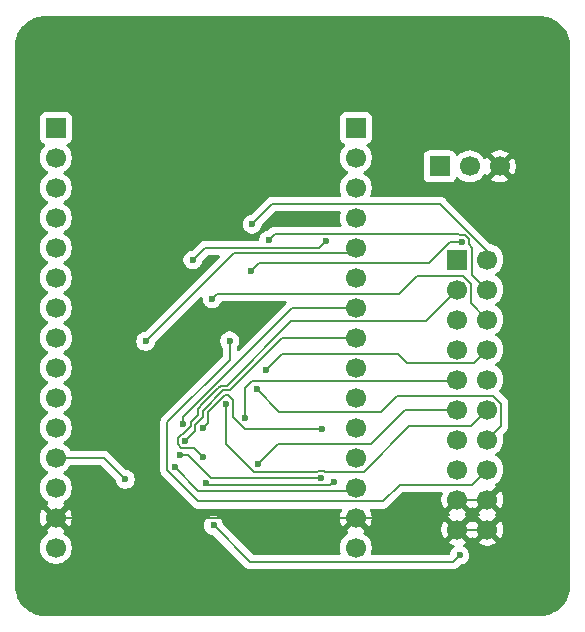
<source format=gbr>
%TF.GenerationSoftware,KiCad,Pcbnew,9.0.3-9.0.3-0~ubuntu24.04.1*%
%TF.CreationDate,2025-07-14T18:48:30-05:00*%
%TF.ProjectId,ESP32_LogicAnalyzer,45535033-325f-44c6-9f67-6963416e616c,rev?*%
%TF.SameCoordinates,Original*%
%TF.FileFunction,Copper,L2,Bot*%
%TF.FilePolarity,Positive*%
%FSLAX46Y46*%
G04 Gerber Fmt 4.6, Leading zero omitted, Abs format (unit mm)*
G04 Created by KiCad (PCBNEW 9.0.3-9.0.3-0~ubuntu24.04.1) date 2025-07-14 18:48:30*
%MOMM*%
%LPD*%
G01*
G04 APERTURE LIST*
%TA.AperFunction,ComponentPad*%
%ADD10R,1.700000X1.700000*%
%TD*%
%TA.AperFunction,ComponentPad*%
%ADD11C,1.700000*%
%TD*%
%TA.AperFunction,ViaPad*%
%ADD12C,0.600000*%
%TD*%
%TA.AperFunction,Conductor*%
%ADD13C,0.200000*%
%TD*%
G04 APERTURE END LIST*
D10*
%TO.P,J5,1,Pin_1*%
%TO.N,/ESP32_TX2*%
X164483000Y-82724900D03*
D11*
%TO.P,J5,2,Pin_2*%
%TO.N,/ESP32_RX2*%
X167023000Y-82724900D03*
%TO.P,J5,3,Pin_3*%
%TO.N,GND*%
X169563000Y-82724900D03*
%TD*%
%TO.P,J1,15,Pin_15*%
%TO.N,unconnected-(J1-Pin_15-Pad15)*%
X131979000Y-115017600D03*
%TO.P,J1,14,Pin_14*%
%TO.N,GND*%
X131979000Y-112477600D03*
%TO.P,J1,13,Pin_13*%
%TO.N,Net-(J1-Pin_13)*%
X131979000Y-109937600D03*
%TO.P,J1,12,Pin_12*%
%TO.N,Net-(J1-Pin_12)*%
X131979000Y-107397600D03*
%TO.P,J1,11,Pin_11*%
%TO.N,Net-(J1-Pin_11)*%
X131979000Y-104857600D03*
%TO.P,J1,10,Pin_10*%
%TO.N,Net-(J1-Pin_10)*%
X131979000Y-102317600D03*
%TO.P,J1,9,Pin_9*%
%TO.N,Net-(J1-Pin_9)*%
X131979000Y-99777600D03*
%TO.P,J1,8,Pin_8*%
%TO.N,Net-(J1-Pin_8)*%
X131979000Y-97237600D03*
%TO.P,J1,7,Pin_7*%
%TO.N,Net-(J1-Pin_7)*%
X131979000Y-94697600D03*
%TO.P,J1,6,Pin_6*%
%TO.N,Net-(J1-Pin_6)*%
X131979000Y-92157600D03*
%TO.P,J1,5,Pin_5*%
%TO.N,Net-(J1-Pin_5)*%
X131979000Y-89617600D03*
%TO.P,J1,4,Pin_4*%
%TO.N,Net-(J1-Pin_4)*%
X131979000Y-87077600D03*
%TO.P,J1,3,Pin_3*%
%TO.N,unconnected-(J1-Pin_3-Pad3)*%
X131979000Y-84537600D03*
%TO.P,J1,2,Pin_2*%
%TO.N,unconnected-(J1-Pin_2-Pad2)*%
X131979000Y-81997600D03*
D10*
%TO.P,J1,1,Pin_1*%
%TO.N,unconnected-(J1-Pin_1-Pad1)*%
X131979000Y-79457600D03*
%TD*%
%TO.P,J6,1,Pin_1*%
%TO.N,/CH0*%
X165973000Y-90616000D03*
D11*
%TO.P,J6,2,Pin_2*%
%TO.N,/CH15*%
X168513000Y-90616000D03*
%TO.P,J6,3,Pin_3*%
%TO.N,/CH1*%
X165973000Y-93156000D03*
%TO.P,J6,4,Pin_4*%
%TO.N,/CH14*%
X168513000Y-93156000D03*
%TO.P,J6,5,Pin_5*%
%TO.N,/CH2*%
X165973000Y-95696000D03*
%TO.P,J6,6,Pin_6*%
%TO.N,/CH13*%
X168513000Y-95696000D03*
%TO.P,J6,7,Pin_7*%
%TO.N,/CH3*%
X165973000Y-98236000D03*
%TO.P,J6,8,Pin_8*%
%TO.N,/CH12*%
X168513000Y-98236000D03*
%TO.P,J6,9,Pin_9*%
%TO.N,/CH4*%
X165973000Y-100776000D03*
%TO.P,J6,10,Pin_10*%
%TO.N,/CH11*%
X168513000Y-100776000D03*
%TO.P,J6,11,Pin_11*%
%TO.N,/CH5*%
X165973000Y-103316000D03*
%TO.P,J6,12,Pin_12*%
%TO.N,/CH10*%
X168513000Y-103316000D03*
%TO.P,J6,13,Pin_13*%
%TO.N,/CH6*%
X165973000Y-105856000D03*
%TO.P,J6,14,Pin_14*%
%TO.N,/CH9*%
X168513000Y-105856000D03*
%TO.P,J6,15,Pin_15*%
%TO.N,/CH7*%
X165973000Y-108396000D03*
%TO.P,J6,16,Pin_16*%
%TO.N,/CH8*%
X168513000Y-108396000D03*
%TO.P,J6,17,Pin_17*%
%TO.N,GND*%
X165973000Y-110936000D03*
%TO.P,J6,18,Pin_18*%
X168513000Y-110936000D03*
%TO.P,J6,19,Pin_19*%
X165973000Y-113476000D03*
%TO.P,J6,20,Pin_20*%
X168513000Y-113476000D03*
%TD*%
%TO.P,J2,15,Pin_15*%
%TO.N,+3.3V*%
X157379000Y-115017600D03*
%TO.P,J2,14,Pin_14*%
%TO.N,GND*%
X157379000Y-112477600D03*
%TO.P,J2,13,Pin_13*%
%TO.N,Net-(J2-Pin_13)*%
X157379000Y-109937600D03*
%TO.P,J2,12,Pin_12*%
%TO.N,unconnected-(J2-Pin_12-Pad12)*%
X157379000Y-107397600D03*
%TO.P,J2,11,Pin_11*%
%TO.N,Net-(J2-Pin_11)*%
X157379000Y-104857600D03*
%TO.P,J2,10,Pin_10*%
%TO.N,/ESP32_RX2*%
X157379000Y-102317600D03*
%TO.P,J2,9,Pin_9*%
%TO.N,/ESP32_TX2*%
X157379000Y-99777600D03*
%TO.P,J2,8,Pin_8*%
%TO.N,Net-(J2-Pin_8)*%
X157379000Y-97237600D03*
%TO.P,J2,7,Pin_7*%
%TO.N,Net-(J2-Pin_7)*%
X157379000Y-94697600D03*
%TO.P,J2,6,Pin_6*%
%TO.N,Net-(J2-Pin_6)*%
X157379000Y-92157600D03*
%TO.P,J2,5,Pin_5*%
%TO.N,Net-(J2-Pin_5)*%
X157379000Y-89617600D03*
%TO.P,J2,4,Pin_4*%
%TO.N,unconnected-(J2-Pin_4-Pad4)*%
X157379000Y-87077600D03*
%TO.P,J2,3,Pin_3*%
%TO.N,unconnected-(J2-Pin_3-Pad3)*%
X157379000Y-84537600D03*
%TO.P,J2,2,Pin_2*%
%TO.N,Net-(J2-Pin_1)*%
X157379000Y-81997600D03*
D10*
%TO.P,J2,1,Pin_1*%
X157379000Y-79457600D03*
%TD*%
D12*
%TO.N,/CH11*%
X166349000Y-89154800D03*
%TO.N,/CH14*%
X149991700Y-88967300D03*
%TO.N,Net-(J2-Pin_11)*%
X154428728Y-109096900D03*
%TO.N,/CH8*%
X146698200Y-97500000D03*
%TO.N,/CH9*%
X149000000Y-101608100D03*
%TO.N,/CH13*%
X145201200Y-93951200D03*
%TO.N,/CH11*%
X148467700Y-91613300D03*
%TO.N,/CH15*%
X148589500Y-87607800D03*
%TO.N,/CH10*%
X146382300Y-102855700D03*
%TO.N,/CH12*%
X149740800Y-99945300D03*
%TO.N,/CH3*%
X145330300Y-113128500D03*
X166156350Y-115656350D03*
%TO.N,/CH4*%
X147984100Y-104041100D03*
%TO.N,/CH2*%
X155507400Y-109442100D03*
X144653800Y-109512800D03*
%TO.N,/CH5*%
X149067400Y-107959800D03*
%TO.N,/CH1*%
X144403300Y-107289000D03*
%TO.N,/CH0*%
X144418600Y-104914800D03*
X154500000Y-104933600D03*
%TO.N,Net-(J2-Pin_8)*%
X142942600Y-105951300D03*
%TO.N,Net-(J2-Pin_11)*%
X142474200Y-107164700D03*
%TO.N,Net-(J2-Pin_5)*%
X139585100Y-97536500D03*
%TO.N,Net-(J2-Pin_6)*%
X143583300Y-90648300D03*
X154864400Y-89033200D03*
%TO.N,Net-(J2-Pin_13)*%
X142027600Y-108199000D03*
%TO.N,Net-(J2-Pin_7)*%
X142712600Y-104494600D03*
%TO.N,Net-(J1-Pin_12)*%
X137852600Y-109223400D03*
%TO.N,GND*%
X140687900Y-112477600D03*
%TD*%
D13*
%TO.N,/CH8*%
X146698200Y-97500000D02*
X146698200Y-99084900D01*
X146698200Y-99084900D02*
X141419800Y-104363300D01*
X141419800Y-104363300D02*
X141419800Y-108465700D01*
X141419800Y-108465700D02*
X144045600Y-111091500D01*
X144045600Y-111091500D02*
X159681500Y-111091500D01*
X159681500Y-111091500D02*
X161107000Y-109666000D01*
X161107000Y-109666000D02*
X167243000Y-109666000D01*
X167243000Y-109666000D02*
X168513000Y-108396000D01*
%TO.N,/CH9*%
X169699500Y-104669500D02*
X168513000Y-105856000D01*
X149000000Y-101608100D02*
X150870700Y-103478800D01*
X169699500Y-102807600D02*
X169699500Y-104669500D01*
X150870700Y-103478800D02*
X159532200Y-103478800D01*
X159532200Y-103478800D02*
X160872800Y-102138200D01*
X160872800Y-102138200D02*
X169030100Y-102138200D01*
X169030100Y-102138200D02*
X169699500Y-102807600D01*
%TO.N,/CH4*%
X165973000Y-100776000D02*
X165814300Y-100934700D01*
X165814300Y-100934700D02*
X148565300Y-100934700D01*
X148565300Y-100934700D02*
X147984100Y-101515900D01*
X147984100Y-101515900D02*
X147984100Y-104041100D01*
%TO.N,/CH3*%
X166156350Y-115656350D02*
X165594200Y-116218500D01*
X165594200Y-116218500D02*
X148420300Y-116218500D01*
X148420300Y-116218500D02*
X145330300Y-113128500D01*
%TO.N,/CH0*%
X146298900Y-102088000D02*
X144844800Y-103542100D01*
X144844800Y-103542100D02*
X144844800Y-104488600D01*
X146574000Y-102088000D02*
X146298900Y-102088000D01*
X147004400Y-102518400D02*
X146574000Y-102088000D01*
X144844800Y-104488600D02*
X144418600Y-104914800D01*
X148025600Y-104933600D02*
X147004400Y-103912400D01*
X154500000Y-104933600D02*
X148025600Y-104933600D01*
X147004400Y-103912400D02*
X147004400Y-102518400D01*
%TO.N,/CH13*%
X145625000Y-93527400D02*
X145201200Y-93951200D01*
X161009200Y-93527400D02*
X145625000Y-93527400D01*
X162532300Y-92004300D02*
X161009200Y-93527400D01*
X166450100Y-92004300D02*
X162532300Y-92004300D01*
X167124700Y-92678900D02*
X166450100Y-92004300D01*
X167124700Y-94307700D02*
X167124700Y-92678900D01*
X168513000Y-95696000D02*
X167124700Y-94307700D01*
%TO.N,/CH12*%
X151087900Y-98598200D02*
X149740800Y-99945300D01*
X160951300Y-98598200D02*
X151087900Y-98598200D01*
X161740800Y-99387700D02*
X160951300Y-98598200D01*
X167361300Y-99387700D02*
X161740800Y-99387700D01*
X168513000Y-98236000D02*
X167361300Y-99387700D01*
%TO.N,/CH2*%
X144878500Y-109737500D02*
X144653800Y-109512800D01*
X155212000Y-109737500D02*
X144878500Y-109737500D01*
X155507400Y-109442100D02*
X155212000Y-109737500D01*
%TO.N,/CH5*%
X161548300Y-103316000D02*
X165973000Y-103316000D01*
X158636800Y-106227500D02*
X161548300Y-103316000D01*
X150799700Y-106227500D02*
X158636800Y-106227500D01*
X149067400Y-107959800D02*
X150799700Y-106227500D01*
%TO.N,Net-(J2-Pin_8)*%
X143796300Y-105097600D02*
X142942600Y-105951300D01*
X143796300Y-104590600D02*
X143796300Y-105097600D01*
X144401800Y-103985100D02*
X143796300Y-104590600D01*
X144401800Y-103417100D02*
X144401800Y-103985100D01*
X146132600Y-101686300D02*
X144401800Y-103417100D01*
X146700600Y-101686300D02*
X146132600Y-101686300D01*
X151149300Y-97237600D02*
X146700600Y-101686300D01*
X157379000Y-97237600D02*
X151149300Y-97237600D01*
%TO.N,Net-(J2-Pin_5)*%
X156977300Y-90019300D02*
X157379000Y-89617600D01*
X147102300Y-90019300D02*
X156977300Y-90019300D01*
X139585100Y-97536500D02*
X147102300Y-90019300D01*
%TO.N,Net-(J2-Pin_6)*%
X144614100Y-89617500D02*
X143583300Y-90648300D01*
X154280100Y-89617500D02*
X144614100Y-89617500D01*
X154864400Y-89033200D02*
X154280100Y-89617500D01*
X143583300Y-90648300D02*
X143582600Y-90648300D01*
X143582600Y-90648300D02*
X143583300Y-90648300D01*
%TO.N,Net-(J2-Pin_13)*%
X157127900Y-110188700D02*
X157379000Y-109937600D01*
X144017300Y-110188700D02*
X157127900Y-110188700D01*
X142027600Y-108199000D02*
X144017300Y-110188700D01*
%TO.N,Net-(J2-Pin_7)*%
X142712600Y-103970300D02*
X142712600Y-104494600D01*
X151985300Y-94697600D02*
X142712600Y-103970300D01*
X157379000Y-94697600D02*
X151985300Y-94697600D01*
%TO.N,Net-(J1-Pin_12)*%
X136026800Y-107397600D02*
X131979000Y-107397600D01*
X137852600Y-109223400D02*
X136026800Y-107397600D01*
%TO.N,GND*%
X164974600Y-112477600D02*
X165973000Y-113476000D01*
X157379000Y-112477600D02*
X164974600Y-112477600D01*
X168513000Y-113476000D02*
X165973000Y-113476000D01*
X165973000Y-110936000D02*
X168513000Y-110936000D01*
X131979000Y-112477600D02*
X140687900Y-112477600D01*
X140687900Y-112477600D02*
X157379000Y-112477600D01*
%TO.N,/CH1*%
X142679400Y-105349500D02*
X142283600Y-105745300D01*
X142761100Y-105349500D02*
X142679400Y-105349500D01*
X146463300Y-101284600D02*
X145966300Y-101284600D01*
X144470900Y-102780000D02*
X144000100Y-103250800D01*
X142606800Y-106563000D02*
X143677300Y-106563000D01*
X143394600Y-104716000D02*
X142761100Y-105349500D01*
X142283600Y-105745300D02*
X142283600Y-106239800D01*
X144000100Y-103250800D02*
X144000100Y-103747800D01*
X145966300Y-101284600D02*
X145730900Y-101520000D01*
X151898600Y-95849300D02*
X146463300Y-101284600D01*
X143394600Y-104353300D02*
X143394600Y-104716000D01*
X163279700Y-95849300D02*
X151898600Y-95849300D01*
X144000100Y-103747800D02*
X143394600Y-104353300D01*
X145730900Y-101520000D02*
X144470900Y-102780000D01*
X165973000Y-93156000D02*
X163279700Y-95849300D01*
X143677300Y-106563000D02*
X144403300Y-107289000D01*
X142283600Y-106239800D02*
X142606800Y-106563000D01*
%TO.N,Net-(J2-Pin_11)*%
X145090500Y-109098600D02*
X143156600Y-107164700D01*
X154427028Y-109098600D02*
X145090500Y-109098600D01*
X143156600Y-107164700D02*
X142474200Y-107164700D01*
X154428728Y-109096900D02*
X154427028Y-109098600D01*
%TO.N,/CH10*%
X148743500Y-108561500D02*
X146382300Y-106200300D01*
X154114185Y-108561500D02*
X148743500Y-108561500D01*
X154685000Y-108500000D02*
X154681771Y-108500000D01*
X146382300Y-106200300D02*
X146382300Y-102855700D01*
X154677671Y-108495900D02*
X154179785Y-108495900D01*
X154746500Y-108561500D02*
X154685000Y-108500000D01*
X158057700Y-108561500D02*
X154746500Y-108561500D01*
X161914900Y-104704300D02*
X158057700Y-108561500D01*
X154179785Y-108495900D02*
X154114185Y-108561500D01*
X167124700Y-104704300D02*
X161914900Y-104704300D01*
X154681771Y-108500000D02*
X154677671Y-108495900D01*
X168513000Y-103316000D02*
X167124700Y-104704300D01*
%TO.N,/CH11*%
X163574700Y-90887600D02*
X165307500Y-89154800D01*
X148466100Y-91613300D02*
X148467700Y-91613300D01*
X165307500Y-89154800D02*
X166349000Y-89154800D01*
X149191800Y-90887600D02*
X163574700Y-90887600D01*
X148466100Y-91613300D02*
X149191800Y-90887600D01*
%TO.N,/CH14*%
X168513000Y-93156000D02*
X167243000Y-91886000D01*
X167243000Y-91886000D02*
X167243000Y-89628800D01*
X166950700Y-88905600D02*
X166598200Y-88553100D01*
X166598200Y-88553100D02*
X166167300Y-88553100D01*
X167243000Y-89628800D02*
X166950700Y-89336500D01*
X166045700Y-88431500D02*
X150527500Y-88431500D01*
X166950700Y-89336500D02*
X166950700Y-88905600D01*
X166167300Y-88553100D02*
X166045700Y-88431500D01*
X150527500Y-88431500D02*
X149991700Y-88967300D01*
%TO.N,/CH15*%
X168513000Y-90616000D02*
X168513000Y-89899900D01*
X168513000Y-89899900D02*
X164518900Y-85905800D01*
X164518900Y-85905800D02*
X150291500Y-85905800D01*
X150291500Y-85905800D02*
X148589500Y-87607800D01*
%TD*%
%TA.AperFunction,Conductor*%
%TO.N,GND*%
G36*
X164667427Y-110286185D02*
G01*
X164713182Y-110338989D01*
X164723126Y-110408147D01*
X164718319Y-110428818D01*
X164656242Y-110619869D01*
X164656242Y-110619872D01*
X164623000Y-110829753D01*
X164623000Y-111042246D01*
X164656242Y-111252127D01*
X164656242Y-111252130D01*
X164721904Y-111454217D01*
X164818375Y-111643550D01*
X164857728Y-111697716D01*
X165490036Y-111065407D01*
X165507075Y-111128993D01*
X165572901Y-111243007D01*
X165665993Y-111336099D01*
X165780007Y-111401925D01*
X165843590Y-111418962D01*
X165211282Y-112051269D01*
X165211282Y-112051270D01*
X165265452Y-112090626D01*
X165275048Y-112095516D01*
X165325844Y-112143491D01*
X165342638Y-112211312D01*
X165320100Y-112277447D01*
X165275051Y-112316483D01*
X165265440Y-112321380D01*
X165211282Y-112360727D01*
X165211282Y-112360728D01*
X165843591Y-112993037D01*
X165780007Y-113010075D01*
X165665993Y-113075901D01*
X165572901Y-113168993D01*
X165507075Y-113283007D01*
X165490037Y-113346591D01*
X164857728Y-112714282D01*
X164857727Y-112714282D01*
X164818380Y-112768439D01*
X164721904Y-112957782D01*
X164656242Y-113159869D01*
X164656242Y-113159872D01*
X164623000Y-113369753D01*
X164623000Y-113582246D01*
X164656242Y-113792127D01*
X164656242Y-113792130D01*
X164721904Y-113994217D01*
X164818375Y-114183550D01*
X164857728Y-114237716D01*
X165490037Y-113605408D01*
X165507075Y-113668993D01*
X165572901Y-113783007D01*
X165665993Y-113876099D01*
X165780007Y-113941925D01*
X165843590Y-113958962D01*
X165211282Y-114591269D01*
X165211282Y-114591270D01*
X165265449Y-114630624D01*
X165454782Y-114727095D01*
X165649941Y-114790506D01*
X165707616Y-114829943D01*
X165734815Y-114894302D01*
X165722900Y-114963148D01*
X165680515Y-115011538D01*
X165646063Y-115034558D01*
X165646057Y-115034563D01*
X165534563Y-115146057D01*
X165534560Y-115146061D01*
X165446959Y-115277164D01*
X165446952Y-115277177D01*
X165386614Y-115422848D01*
X165386611Y-115422858D01*
X165367648Y-115518192D01*
X165335263Y-115580103D01*
X165274547Y-115614677D01*
X165246031Y-115618000D01*
X158774589Y-115618000D01*
X158707550Y-115598315D01*
X158661795Y-115545511D01*
X158651851Y-115476353D01*
X158656658Y-115455682D01*
X158667326Y-115422848D01*
X158696246Y-115333843D01*
X158729500Y-115123887D01*
X158729500Y-114911313D01*
X158696246Y-114701357D01*
X158630557Y-114499188D01*
X158534051Y-114309784D01*
X158534049Y-114309781D01*
X158534048Y-114309779D01*
X158409109Y-114137813D01*
X158258786Y-113987490D01*
X158086817Y-113862549D01*
X158077504Y-113857804D01*
X158026707Y-113809830D01*
X158009912Y-113742009D01*
X158032449Y-113675874D01*
X158077507Y-113636832D01*
X158086555Y-113632222D01*
X158140716Y-113592870D01*
X158140717Y-113592870D01*
X157508408Y-112960562D01*
X157571993Y-112943525D01*
X157686007Y-112877699D01*
X157779099Y-112784607D01*
X157844925Y-112670593D01*
X157861962Y-112607009D01*
X158494270Y-113239317D01*
X158494270Y-113239316D01*
X158533622Y-113185154D01*
X158630095Y-112995817D01*
X158695757Y-112793730D01*
X158695757Y-112793727D01*
X158729000Y-112583846D01*
X158729000Y-112371353D01*
X158695757Y-112161472D01*
X158695757Y-112161469D01*
X158658629Y-112047201D01*
X158581839Y-111863916D01*
X158578455Y-111833604D01*
X158572826Y-111803626D01*
X158574617Y-111799212D01*
X158574089Y-111794478D01*
X158587629Y-111767150D01*
X158599102Y-111738885D01*
X158602996Y-111736139D01*
X158605111Y-111731872D01*
X158631276Y-111716203D01*
X158656209Y-111698628D01*
X158662318Y-111697615D01*
X158665055Y-111695977D01*
X158671059Y-111696167D01*
X158696207Y-111692000D01*
X159594831Y-111692000D01*
X159594847Y-111692001D01*
X159602443Y-111692001D01*
X159760554Y-111692001D01*
X159760557Y-111692001D01*
X159913285Y-111651077D01*
X159963404Y-111622139D01*
X160050216Y-111572020D01*
X160162020Y-111460216D01*
X160162020Y-111460214D01*
X160172228Y-111450007D01*
X160172229Y-111450004D01*
X161319416Y-110302819D01*
X161380739Y-110269334D01*
X161407097Y-110266500D01*
X164600388Y-110266500D01*
X164667427Y-110286185D01*
G37*
%TD.AperFunction*%
%TA.AperFunction,Conductor*%
G36*
X168047075Y-111128993D02*
G01*
X168112901Y-111243007D01*
X168205993Y-111336099D01*
X168320007Y-111401925D01*
X168383590Y-111418962D01*
X167751282Y-112051269D01*
X167751282Y-112051270D01*
X167805452Y-112090626D01*
X167815048Y-112095516D01*
X167865844Y-112143491D01*
X167882638Y-112211312D01*
X167860100Y-112277447D01*
X167815051Y-112316483D01*
X167805440Y-112321380D01*
X167751282Y-112360727D01*
X167751282Y-112360728D01*
X168383591Y-112993037D01*
X168320007Y-113010075D01*
X168205993Y-113075901D01*
X168112901Y-113168993D01*
X168047075Y-113283007D01*
X168030037Y-113346591D01*
X167397728Y-112714282D01*
X167397727Y-112714282D01*
X167358380Y-112768440D01*
X167353483Y-112778051D01*
X167305506Y-112828845D01*
X167237684Y-112845638D01*
X167171550Y-112823098D01*
X167132516Y-112778048D01*
X167127626Y-112768452D01*
X167088270Y-112714282D01*
X167088269Y-112714282D01*
X166455962Y-113346590D01*
X166438925Y-113283007D01*
X166373099Y-113168993D01*
X166280007Y-113075901D01*
X166165993Y-113010075D01*
X166102409Y-112993037D01*
X166734716Y-112360728D01*
X166680550Y-112321375D01*
X166670954Y-112316486D01*
X166620157Y-112268512D01*
X166603361Y-112200692D01*
X166624288Y-112136895D01*
X166703027Y-112019581D01*
X166102408Y-111418962D01*
X166165993Y-111401925D01*
X166280007Y-111336099D01*
X166373099Y-111243007D01*
X166438925Y-111128993D01*
X166455962Y-111065409D01*
X167088270Y-111697717D01*
X167088270Y-111697716D01*
X167127622Y-111643554D01*
X167132514Y-111633954D01*
X167180488Y-111583157D01*
X167248308Y-111566361D01*
X167314444Y-111588897D01*
X167353486Y-111633954D01*
X167358375Y-111643550D01*
X167397728Y-111697716D01*
X168030037Y-111065408D01*
X168047075Y-111128993D01*
G37*
%TD.AperFunction*%
%TA.AperFunction,Conductor*%
G36*
X173032736Y-70016846D02*
G01*
X173322795Y-70034391D01*
X173337656Y-70036195D01*
X173619799Y-70087900D01*
X173634324Y-70091481D01*
X173908179Y-70176818D01*
X173922153Y-70182117D01*
X174183749Y-70299852D01*
X174196973Y-70306793D01*
X174442459Y-70455195D01*
X174454777Y-70463698D01*
X174490073Y-70491351D01*
X174501280Y-70501280D01*
X175043815Y-71043815D01*
X175053745Y-71055023D01*
X175081414Y-71090340D01*
X175089920Y-71102664D01*
X175238301Y-71348120D01*
X175245260Y-71361378D01*
X175362979Y-71622942D01*
X175368289Y-71636943D01*
X175453622Y-71910791D01*
X175457205Y-71925330D01*
X175497969Y-72147774D01*
X175500000Y-72170125D01*
X175500000Y-118619584D01*
X175497969Y-118641935D01*
X175457224Y-118864277D01*
X175453641Y-118878816D01*
X175368309Y-119152661D01*
X175362999Y-119166662D01*
X175245280Y-119428226D01*
X175238321Y-119441485D01*
X175089933Y-119686950D01*
X175081427Y-119699273D01*
X174904535Y-119925062D01*
X174894606Y-119936270D01*
X174691783Y-120139095D01*
X174680574Y-120149025D01*
X174454787Y-120325919D01*
X174442464Y-120334425D01*
X174196996Y-120482816D01*
X174183738Y-120489774D01*
X173922177Y-120607494D01*
X173908184Y-120612801D01*
X173634399Y-120698116D01*
X173634338Y-120698135D01*
X173619800Y-120701718D01*
X173337661Y-120753423D01*
X173322796Y-120755228D01*
X173033067Y-120772754D01*
X173025580Y-120772980D01*
X131032751Y-120772980D01*
X131025264Y-120772754D01*
X130735206Y-120755208D01*
X130720341Y-120753403D01*
X130438207Y-120701700D01*
X130423668Y-120698116D01*
X130149826Y-120612783D01*
X130135837Y-120607478D01*
X129874256Y-120489749D01*
X129861020Y-120482802D01*
X129615544Y-120334406D01*
X129603223Y-120325902D01*
X129377438Y-120149010D01*
X129366229Y-120139080D01*
X129163408Y-119936257D01*
X129153479Y-119925049D01*
X128976585Y-119699259D01*
X128968079Y-119686935D01*
X128819698Y-119441479D01*
X128812739Y-119428221D01*
X128695020Y-119166657D01*
X128689710Y-119152656D01*
X128657501Y-119049292D01*
X128604376Y-118878805D01*
X128600794Y-118864269D01*
X128586767Y-118787726D01*
X128549093Y-118582139D01*
X128547289Y-118567278D01*
X128539920Y-118445445D01*
X128529726Y-118276887D01*
X128529500Y-118269401D01*
X128529501Y-118207591D01*
X128529500Y-118207587D01*
X128529500Y-78559735D01*
X130628500Y-78559735D01*
X130628500Y-80355470D01*
X130628501Y-80355476D01*
X130634908Y-80415083D01*
X130685202Y-80549928D01*
X130685206Y-80549935D01*
X130771452Y-80665144D01*
X130771455Y-80665147D01*
X130886664Y-80751393D01*
X130886671Y-80751397D01*
X131018082Y-80800410D01*
X131074016Y-80842281D01*
X131098433Y-80907745D01*
X131083582Y-80976018D01*
X131062431Y-81004273D01*
X130948889Y-81117815D01*
X130823951Y-81289779D01*
X130727444Y-81479185D01*
X130661753Y-81681360D01*
X130628500Y-81891313D01*
X130628500Y-82103886D01*
X130653063Y-82258975D01*
X130661754Y-82313843D01*
X130692598Y-82408772D01*
X130727444Y-82516014D01*
X130823951Y-82705420D01*
X130948890Y-82877386D01*
X131099213Y-83027709D01*
X131271182Y-83152650D01*
X131279946Y-83157116D01*
X131330742Y-83205091D01*
X131347536Y-83272912D01*
X131324998Y-83339047D01*
X131279946Y-83378084D01*
X131271182Y-83382549D01*
X131099213Y-83507490D01*
X130948890Y-83657813D01*
X130823951Y-83829779D01*
X130727444Y-84019185D01*
X130661753Y-84221360D01*
X130628500Y-84431313D01*
X130628500Y-84643886D01*
X130661753Y-84853839D01*
X130727444Y-85056014D01*
X130823951Y-85245420D01*
X130948890Y-85417386D01*
X131099213Y-85567709D01*
X131271182Y-85692650D01*
X131279946Y-85697116D01*
X131330742Y-85745091D01*
X131347536Y-85812912D01*
X131324998Y-85879047D01*
X131279946Y-85918084D01*
X131271182Y-85922549D01*
X131099213Y-86047490D01*
X130948890Y-86197813D01*
X130823951Y-86369779D01*
X130727444Y-86559185D01*
X130661753Y-86761360D01*
X130628500Y-86971313D01*
X130628500Y-87183886D01*
X130661753Y-87393839D01*
X130727444Y-87596014D01*
X130823951Y-87785420D01*
X130948890Y-87957386D01*
X131099213Y-88107709D01*
X131271182Y-88232650D01*
X131279946Y-88237116D01*
X131330742Y-88285091D01*
X131347536Y-88352912D01*
X131324998Y-88419047D01*
X131279946Y-88458084D01*
X131271182Y-88462549D01*
X131099213Y-88587490D01*
X130948890Y-88737813D01*
X130823951Y-88909779D01*
X130727444Y-89099185D01*
X130661753Y-89301360D01*
X130628500Y-89511313D01*
X130628500Y-89723887D01*
X130630452Y-89736213D01*
X130661753Y-89933839D01*
X130661753Y-89933841D01*
X130661754Y-89933843D01*
X130714958Y-90097588D01*
X130727444Y-90136014D01*
X130823951Y-90325420D01*
X130948890Y-90497386D01*
X131099213Y-90647709D01*
X131271182Y-90772650D01*
X131279946Y-90777116D01*
X131330742Y-90825091D01*
X131347536Y-90892912D01*
X131324998Y-90959047D01*
X131279946Y-90998084D01*
X131271182Y-91002549D01*
X131099213Y-91127490D01*
X130948890Y-91277813D01*
X130823951Y-91449779D01*
X130727444Y-91639185D01*
X130661753Y-91841360D01*
X130628500Y-92051313D01*
X130628500Y-92263887D01*
X130661754Y-92473843D01*
X130714958Y-92637588D01*
X130727444Y-92676014D01*
X130823951Y-92865420D01*
X130948890Y-93037386D01*
X131099213Y-93187709D01*
X131271182Y-93312650D01*
X131279946Y-93317116D01*
X131330742Y-93365091D01*
X131347536Y-93432912D01*
X131324998Y-93499047D01*
X131279946Y-93538084D01*
X131271182Y-93542549D01*
X131099213Y-93667490D01*
X130948890Y-93817813D01*
X130823951Y-93989779D01*
X130727444Y-94179185D01*
X130727443Y-94179187D01*
X130727443Y-94179188D01*
X130715131Y-94217080D01*
X130661753Y-94381360D01*
X130631403Y-94572986D01*
X130628500Y-94591313D01*
X130628500Y-94803887D01*
X130630452Y-94816213D01*
X130661753Y-95013839D01*
X130661753Y-95013841D01*
X130661754Y-95013843D01*
X130714958Y-95177588D01*
X130727444Y-95216014D01*
X130823951Y-95405420D01*
X130948890Y-95577386D01*
X131099213Y-95727709D01*
X131271182Y-95852650D01*
X131279946Y-95857116D01*
X131330742Y-95905091D01*
X131347536Y-95972912D01*
X131324998Y-96039047D01*
X131279946Y-96078084D01*
X131271182Y-96082549D01*
X131099213Y-96207490D01*
X130948890Y-96357813D01*
X130823951Y-96529779D01*
X130727444Y-96719185D01*
X130727443Y-96719187D01*
X130727443Y-96719188D01*
X130723844Y-96730264D01*
X130661753Y-96921360D01*
X130630163Y-97120814D01*
X130628500Y-97131313D01*
X130628500Y-97343887D01*
X130630452Y-97356213D01*
X130659077Y-97536946D01*
X130661754Y-97553843D01*
X130720127Y-97733497D01*
X130727444Y-97756014D01*
X130823951Y-97945420D01*
X130948890Y-98117386D01*
X131099213Y-98267709D01*
X131271182Y-98392650D01*
X131279946Y-98397116D01*
X131330742Y-98445091D01*
X131347536Y-98512912D01*
X131324998Y-98579047D01*
X131279946Y-98618084D01*
X131271182Y-98622549D01*
X131099213Y-98747490D01*
X130948890Y-98897813D01*
X130823951Y-99069779D01*
X130727444Y-99259185D01*
X130661753Y-99461360D01*
X130628500Y-99671313D01*
X130628500Y-99883887D01*
X130630452Y-99896213D01*
X130656898Y-100063188D01*
X130661754Y-100093843D01*
X130717725Y-100266104D01*
X130727444Y-100296014D01*
X130823951Y-100485420D01*
X130948890Y-100657386D01*
X131099213Y-100807709D01*
X131271182Y-100932650D01*
X131279946Y-100937116D01*
X131330742Y-100985091D01*
X131347536Y-101052912D01*
X131324998Y-101119047D01*
X131279946Y-101158084D01*
X131271182Y-101162549D01*
X131099213Y-101287490D01*
X130948890Y-101437813D01*
X130823951Y-101609779D01*
X130727444Y-101799185D01*
X130661753Y-102001360D01*
X130628500Y-102211313D01*
X130628500Y-102423887D01*
X130661754Y-102633843D01*
X130714958Y-102797588D01*
X130727444Y-102836014D01*
X130823951Y-103025420D01*
X130948890Y-103197386D01*
X131099213Y-103347709D01*
X131271182Y-103472650D01*
X131279946Y-103477116D01*
X131330742Y-103525091D01*
X131347536Y-103592912D01*
X131324998Y-103659047D01*
X131279946Y-103698084D01*
X131271182Y-103702549D01*
X131099213Y-103827490D01*
X130948890Y-103977813D01*
X130823951Y-104149779D01*
X130727444Y-104339185D01*
X130661753Y-104541360D01*
X130630286Y-104740035D01*
X130628500Y-104751313D01*
X130628500Y-104963887D01*
X130633213Y-104993642D01*
X130660685Y-105167097D01*
X130661754Y-105173843D01*
X130725969Y-105371476D01*
X130727444Y-105376014D01*
X130823951Y-105565420D01*
X130948890Y-105737386D01*
X131099213Y-105887709D01*
X131271182Y-106012650D01*
X131279946Y-106017116D01*
X131330742Y-106065091D01*
X131347536Y-106132912D01*
X131324998Y-106199047D01*
X131279946Y-106238084D01*
X131271182Y-106242549D01*
X131099213Y-106367490D01*
X130948890Y-106517813D01*
X130823951Y-106689779D01*
X130727444Y-106879185D01*
X130661753Y-107081360D01*
X130634980Y-107250402D01*
X130628500Y-107291313D01*
X130628500Y-107503887D01*
X130630452Y-107516213D01*
X130661753Y-107713839D01*
X130661753Y-107713841D01*
X130661754Y-107713843D01*
X130724610Y-107907294D01*
X130727444Y-107916014D01*
X130823951Y-108105420D01*
X130948890Y-108277386D01*
X131099213Y-108427709D01*
X131271182Y-108552650D01*
X131279946Y-108557116D01*
X131330742Y-108605091D01*
X131347536Y-108672912D01*
X131324998Y-108739047D01*
X131279946Y-108778084D01*
X131271182Y-108782549D01*
X131099213Y-108907490D01*
X130948890Y-109057813D01*
X130823951Y-109229779D01*
X130727444Y-109419185D01*
X130727443Y-109419187D01*
X130727443Y-109419188D01*
X130715191Y-109456897D01*
X130661753Y-109621360D01*
X130628500Y-109831313D01*
X130628500Y-110043886D01*
X130661753Y-110253839D01*
X130661753Y-110253841D01*
X130661754Y-110253843D01*
X130715021Y-110417782D01*
X130727444Y-110456014D01*
X130823951Y-110645420D01*
X130948890Y-110817386D01*
X131099213Y-110967709D01*
X131271179Y-111092648D01*
X131271181Y-111092649D01*
X131271184Y-111092651D01*
X131280493Y-111097394D01*
X131331290Y-111145366D01*
X131348087Y-111213187D01*
X131325552Y-111279322D01*
X131280505Y-111318360D01*
X131271446Y-111322976D01*
X131271440Y-111322980D01*
X131217282Y-111362327D01*
X131217282Y-111362328D01*
X131849591Y-111994637D01*
X131786007Y-112011675D01*
X131671993Y-112077501D01*
X131578901Y-112170593D01*
X131513075Y-112284607D01*
X131496037Y-112348191D01*
X130863728Y-111715882D01*
X130863727Y-111715882D01*
X130824380Y-111770039D01*
X130727904Y-111959382D01*
X130662242Y-112161469D01*
X130662242Y-112161472D01*
X130629000Y-112371353D01*
X130629000Y-112583846D01*
X130662242Y-112793727D01*
X130662242Y-112793730D01*
X130727904Y-112995817D01*
X130824375Y-113185150D01*
X130863728Y-113239316D01*
X131496037Y-112607008D01*
X131513075Y-112670593D01*
X131578901Y-112784607D01*
X131671993Y-112877699D01*
X131786007Y-112943525D01*
X131849590Y-112960562D01*
X131217282Y-113592869D01*
X131217282Y-113592870D01*
X131271452Y-113632226D01*
X131271451Y-113632226D01*
X131280495Y-113636834D01*
X131331292Y-113684808D01*
X131348087Y-113752629D01*
X131325550Y-113818764D01*
X131280499Y-113857802D01*
X131271182Y-113862549D01*
X131099213Y-113987490D01*
X130948890Y-114137813D01*
X130823951Y-114309779D01*
X130727444Y-114499185D01*
X130661753Y-114701360D01*
X130632412Y-114886613D01*
X130628500Y-114911313D01*
X130628500Y-115123887D01*
X130632012Y-115146061D01*
X130661753Y-115333839D01*
X130661753Y-115333841D01*
X130661754Y-115333843D01*
X130690675Y-115422853D01*
X130727444Y-115536014D01*
X130823951Y-115725420D01*
X130948890Y-115897386D01*
X131099213Y-116047709D01*
X131271179Y-116172648D01*
X131271181Y-116172649D01*
X131271184Y-116172651D01*
X131460588Y-116269157D01*
X131662757Y-116334846D01*
X131872713Y-116368100D01*
X131872714Y-116368100D01*
X132085286Y-116368100D01*
X132085287Y-116368100D01*
X132295243Y-116334846D01*
X132497412Y-116269157D01*
X132686816Y-116172651D01*
X132708789Y-116156686D01*
X132858786Y-116047709D01*
X132858788Y-116047706D01*
X132858792Y-116047704D01*
X133009104Y-115897392D01*
X133009106Y-115897388D01*
X133009109Y-115897386D01*
X133134048Y-115725420D01*
X133134047Y-115725420D01*
X133134051Y-115725416D01*
X133230557Y-115536012D01*
X133296246Y-115333843D01*
X133329500Y-115123887D01*
X133329500Y-114911313D01*
X133296246Y-114701357D01*
X133230557Y-114499188D01*
X133134051Y-114309784D01*
X133134049Y-114309781D01*
X133134048Y-114309779D01*
X133009109Y-114137813D01*
X132858786Y-113987490D01*
X132686817Y-113862549D01*
X132677504Y-113857804D01*
X132626707Y-113809830D01*
X132609912Y-113742009D01*
X132632449Y-113675874D01*
X132677507Y-113636832D01*
X132686555Y-113632222D01*
X132740716Y-113592870D01*
X132740717Y-113592870D01*
X132108408Y-112960562D01*
X132171993Y-112943525D01*
X132286007Y-112877699D01*
X132379099Y-112784607D01*
X132444925Y-112670593D01*
X132461962Y-112607008D01*
X133094270Y-113239317D01*
X133094270Y-113239316D01*
X133133622Y-113185154D01*
X133230095Y-112995818D01*
X133230095Y-112995815D01*
X133295757Y-112793730D01*
X133295757Y-112793727D01*
X133329000Y-112583846D01*
X133329000Y-112371353D01*
X133295757Y-112161472D01*
X133295757Y-112161469D01*
X133230095Y-111959382D01*
X133133624Y-111770049D01*
X133094270Y-111715882D01*
X133094269Y-111715882D01*
X132461962Y-112348190D01*
X132444925Y-112284607D01*
X132379099Y-112170593D01*
X132286007Y-112077501D01*
X132171993Y-112011675D01*
X132108409Y-111994637D01*
X132740716Y-111362328D01*
X132686547Y-111322973D01*
X132686547Y-111322972D01*
X132677500Y-111318363D01*
X132626706Y-111270388D01*
X132609912Y-111202566D01*
X132632451Y-111136432D01*
X132677508Y-111097393D01*
X132686816Y-111092651D01*
X132811827Y-111001826D01*
X132858786Y-110967709D01*
X132858788Y-110967706D01*
X132858792Y-110967704D01*
X133009104Y-110817392D01*
X133009106Y-110817388D01*
X133009109Y-110817386D01*
X133134048Y-110645420D01*
X133134047Y-110645420D01*
X133134051Y-110645416D01*
X133230557Y-110456012D01*
X133296246Y-110253843D01*
X133329500Y-110043887D01*
X133329500Y-109831313D01*
X133296246Y-109621357D01*
X133230557Y-109419188D01*
X133134051Y-109229784D01*
X133134049Y-109229781D01*
X133134048Y-109229779D01*
X133009109Y-109057813D01*
X132858786Y-108907490D01*
X132686820Y-108782551D01*
X132686115Y-108782191D01*
X132678054Y-108778085D01*
X132627259Y-108730112D01*
X132610463Y-108662292D01*
X132632999Y-108596156D01*
X132678054Y-108557115D01*
X132686816Y-108552651D01*
X132761900Y-108498100D01*
X132858786Y-108427709D01*
X132858788Y-108427706D01*
X132858792Y-108427704D01*
X133009104Y-108277392D01*
X133009106Y-108277388D01*
X133009109Y-108277386D01*
X133121265Y-108123014D01*
X133134051Y-108105416D01*
X133134349Y-108104830D01*
X133154235Y-108065805D01*
X133202209Y-108015009D01*
X133264719Y-107998100D01*
X135726703Y-107998100D01*
X135793742Y-108017785D01*
X135814384Y-108034419D01*
X137018025Y-109238060D01*
X137051510Y-109299383D01*
X137051961Y-109301549D01*
X137082861Y-109456891D01*
X137082864Y-109456901D01*
X137143202Y-109602572D01*
X137143209Y-109602585D01*
X137230810Y-109733688D01*
X137230813Y-109733692D01*
X137342307Y-109845186D01*
X137342311Y-109845189D01*
X137473414Y-109932790D01*
X137473427Y-109932797D01*
X137619098Y-109993135D01*
X137619103Y-109993137D01*
X137773753Y-110023899D01*
X137773756Y-110023900D01*
X137773758Y-110023900D01*
X137931444Y-110023900D01*
X137931445Y-110023899D01*
X138086097Y-109993137D01*
X138231779Y-109932794D01*
X138362889Y-109845189D01*
X138474389Y-109733689D01*
X138561994Y-109602579D01*
X138622337Y-109456897D01*
X138653100Y-109302242D01*
X138653100Y-109144558D01*
X138653100Y-109144555D01*
X138653099Y-109144553D01*
X138640325Y-109080334D01*
X138622337Y-108989903D01*
X138615345Y-108973023D01*
X138561997Y-108844227D01*
X138561990Y-108844214D01*
X138474389Y-108713111D01*
X138474386Y-108713107D01*
X138362892Y-108601613D01*
X138362888Y-108601610D01*
X138231785Y-108514009D01*
X138231772Y-108514002D01*
X138086101Y-108453664D01*
X138086091Y-108453661D01*
X137930749Y-108422761D01*
X137868838Y-108390376D01*
X137867260Y-108388825D01*
X136514390Y-107035955D01*
X136514388Y-107035952D01*
X136395517Y-106917081D01*
X136395516Y-106917080D01*
X136290714Y-106856573D01*
X136290713Y-106856572D01*
X136258583Y-106838022D01*
X136202681Y-106823043D01*
X136105857Y-106797099D01*
X135947743Y-106797099D01*
X135940147Y-106797099D01*
X135940131Y-106797100D01*
X133264719Y-106797100D01*
X133197680Y-106777415D01*
X133154235Y-106729395D01*
X133134052Y-106689785D01*
X133134051Y-106689784D01*
X133009109Y-106517813D01*
X132858786Y-106367490D01*
X132686820Y-106242551D01*
X132686115Y-106242191D01*
X132678054Y-106238085D01*
X132627259Y-106190112D01*
X132610463Y-106122292D01*
X132632999Y-106056156D01*
X132678054Y-106017115D01*
X132686816Y-106012651D01*
X132756138Y-105962286D01*
X132858786Y-105887709D01*
X132858788Y-105887706D01*
X132858792Y-105887704D01*
X133009104Y-105737392D01*
X133009106Y-105737388D01*
X133009109Y-105737386D01*
X133134048Y-105565420D01*
X133134047Y-105565420D01*
X133134051Y-105565416D01*
X133230557Y-105376012D01*
X133296246Y-105173843D01*
X133329500Y-104963887D01*
X133329500Y-104751313D01*
X133296246Y-104541357D01*
X133230557Y-104339188D01*
X133134051Y-104149784D01*
X133134049Y-104149781D01*
X133134048Y-104149779D01*
X133009109Y-103977813D01*
X132858786Y-103827490D01*
X132686820Y-103702551D01*
X132686115Y-103702191D01*
X132678054Y-103698085D01*
X132627259Y-103650112D01*
X132610463Y-103582292D01*
X132632999Y-103516156D01*
X132678054Y-103477115D01*
X132686816Y-103472651D01*
X132712026Y-103454335D01*
X132858786Y-103347709D01*
X132858788Y-103347706D01*
X132858792Y-103347704D01*
X133009104Y-103197392D01*
X133009106Y-103197388D01*
X133009109Y-103197386D01*
X133134048Y-103025420D01*
X133134047Y-103025420D01*
X133134051Y-103025416D01*
X133230557Y-102836012D01*
X133296246Y-102633843D01*
X133329500Y-102423887D01*
X133329500Y-102211313D01*
X133296246Y-102001357D01*
X133230557Y-101799188D01*
X133134051Y-101609784D01*
X133134049Y-101609781D01*
X133134048Y-101609779D01*
X133009109Y-101437813D01*
X132858786Y-101287490D01*
X132686820Y-101162551D01*
X132686115Y-101162191D01*
X132678054Y-101158085D01*
X132627259Y-101110112D01*
X132610463Y-101042292D01*
X132632999Y-100976156D01*
X132678054Y-100937115D01*
X132686816Y-100932651D01*
X132756138Y-100882286D01*
X132858786Y-100807709D01*
X132858788Y-100807706D01*
X132858792Y-100807704D01*
X133009104Y-100657392D01*
X133009106Y-100657388D01*
X133009109Y-100657386D01*
X133134048Y-100485420D01*
X133134047Y-100485420D01*
X133134051Y-100485416D01*
X133230557Y-100296012D01*
X133296246Y-100093843D01*
X133329500Y-99883887D01*
X133329500Y-99671313D01*
X133296246Y-99461357D01*
X133230557Y-99259188D01*
X133134051Y-99069784D01*
X133134049Y-99069781D01*
X133134048Y-99069779D01*
X133009109Y-98897813D01*
X132858786Y-98747490D01*
X132686820Y-98622551D01*
X132686115Y-98622191D01*
X132678054Y-98618085D01*
X132627259Y-98570112D01*
X132610463Y-98502292D01*
X132632999Y-98436156D01*
X132678054Y-98397115D01*
X132686816Y-98392651D01*
X132708789Y-98376686D01*
X132858786Y-98267709D01*
X132858788Y-98267706D01*
X132858792Y-98267704D01*
X133009104Y-98117392D01*
X133009106Y-98117388D01*
X133009109Y-98117386D01*
X133134048Y-97945420D01*
X133134047Y-97945420D01*
X133134051Y-97945416D01*
X133230557Y-97756012D01*
X133296246Y-97553843D01*
X133307659Y-97481780D01*
X133311481Y-97457653D01*
X138784600Y-97457653D01*
X138784600Y-97615346D01*
X138815361Y-97769989D01*
X138815364Y-97770001D01*
X138875702Y-97915672D01*
X138875709Y-97915685D01*
X138963310Y-98046788D01*
X138963313Y-98046792D01*
X139074807Y-98158286D01*
X139074811Y-98158289D01*
X139205914Y-98245890D01*
X139205927Y-98245897D01*
X139351598Y-98306235D01*
X139351603Y-98306237D01*
X139490648Y-98333895D01*
X139506253Y-98336999D01*
X139506256Y-98337000D01*
X139506258Y-98337000D01*
X139663944Y-98337000D01*
X139663945Y-98336999D01*
X139818597Y-98306237D01*
X139964279Y-98245894D01*
X140095389Y-98158289D01*
X140206889Y-98046789D01*
X140294494Y-97915679D01*
X140354837Y-97769997D01*
X140374213Y-97672585D01*
X140385738Y-97614650D01*
X140418123Y-97552739D01*
X140419618Y-97551216D01*
X144189019Y-93781816D01*
X144250342Y-93748331D01*
X144320034Y-93753315D01*
X144375967Y-93795187D01*
X144400384Y-93860651D01*
X144400700Y-93869497D01*
X144400700Y-94030046D01*
X144431461Y-94184689D01*
X144431464Y-94184701D01*
X144491802Y-94330372D01*
X144491809Y-94330385D01*
X144579410Y-94461488D01*
X144579413Y-94461492D01*
X144690907Y-94572986D01*
X144690911Y-94572989D01*
X144822014Y-94660590D01*
X144822027Y-94660597D01*
X144967698Y-94720935D01*
X144967703Y-94720937D01*
X145122353Y-94751699D01*
X145122356Y-94751700D01*
X145122358Y-94751700D01*
X145280044Y-94751700D01*
X145280045Y-94751699D01*
X145434697Y-94720937D01*
X145580379Y-94660594D01*
X145711489Y-94572989D01*
X145822989Y-94461489D01*
X145910594Y-94330379D01*
X145911213Y-94328886D01*
X145962756Y-94204448D01*
X146006596Y-94150044D01*
X146072890Y-94127979D01*
X146077317Y-94127900D01*
X151406402Y-94127900D01*
X151473441Y-94147585D01*
X151519196Y-94200389D01*
X151529140Y-94269547D01*
X151500115Y-94333103D01*
X151494083Y-94339581D01*
X147510381Y-98323283D01*
X147490944Y-98333895D01*
X147474211Y-98348396D01*
X147460879Y-98350312D01*
X147449058Y-98356768D01*
X147426971Y-98355188D01*
X147405053Y-98358340D01*
X147392801Y-98352744D01*
X147379366Y-98351784D01*
X147361639Y-98338513D01*
X147341497Y-98329315D01*
X147334214Y-98317983D01*
X147323433Y-98309912D01*
X147315695Y-98289166D01*
X147303723Y-98270537D01*
X147300571Y-98248618D01*
X147299016Y-98244448D01*
X147298700Y-98235602D01*
X147298700Y-98079765D01*
X147318385Y-98012726D01*
X147319598Y-98010874D01*
X147407590Y-97879185D01*
X147407590Y-97879184D01*
X147407594Y-97879179D01*
X147467937Y-97733497D01*
X147498700Y-97578842D01*
X147498700Y-97421158D01*
X147498700Y-97421155D01*
X147498699Y-97421153D01*
X147467937Y-97266503D01*
X147442833Y-97205896D01*
X147407597Y-97120827D01*
X147407590Y-97120814D01*
X147319989Y-96989711D01*
X147319986Y-96989707D01*
X147208492Y-96878213D01*
X147208488Y-96878210D01*
X147077385Y-96790609D01*
X147077372Y-96790602D01*
X146931701Y-96730264D01*
X146931689Y-96730261D01*
X146777045Y-96699500D01*
X146777042Y-96699500D01*
X146619358Y-96699500D01*
X146619355Y-96699500D01*
X146464710Y-96730261D01*
X146464698Y-96730264D01*
X146319027Y-96790602D01*
X146319014Y-96790609D01*
X146187911Y-96878210D01*
X146187907Y-96878213D01*
X146076413Y-96989707D01*
X146076410Y-96989711D01*
X145988809Y-97120814D01*
X145988802Y-97120827D01*
X145928464Y-97266498D01*
X145928461Y-97266510D01*
X145897700Y-97421153D01*
X145897700Y-97578846D01*
X145928461Y-97733489D01*
X145928464Y-97733501D01*
X145988802Y-97879172D01*
X145988809Y-97879185D01*
X146076802Y-98010874D01*
X146097680Y-98077551D01*
X146097700Y-98079765D01*
X146097700Y-98784802D01*
X146078015Y-98851841D01*
X146061381Y-98872483D01*
X140939281Y-103994582D01*
X140939279Y-103994584D01*
X140922403Y-104023816D01*
X140899112Y-104064158D01*
X140886543Y-104085928D01*
X140860223Y-104131514D01*
X140846581Y-104182424D01*
X140819299Y-104284243D01*
X140819299Y-104284245D01*
X140819299Y-104452346D01*
X140819300Y-104452359D01*
X140819300Y-108379030D01*
X140819299Y-108379048D01*
X140819299Y-108544754D01*
X140819298Y-108544754D01*
X140860224Y-108697489D01*
X140860225Y-108697490D01*
X140880557Y-108732705D01*
X140880558Y-108732707D01*
X140939275Y-108834409D01*
X140939281Y-108834417D01*
X141058149Y-108953285D01*
X141058155Y-108953290D01*
X143560739Y-111455874D01*
X143560749Y-111455885D01*
X143565079Y-111460215D01*
X143565080Y-111460216D01*
X143676884Y-111572020D01*
X143706117Y-111588897D01*
X143763695Y-111622139D01*
X143763697Y-111622141D01*
X143784158Y-111633954D01*
X143813815Y-111651077D01*
X143966543Y-111692001D01*
X143966546Y-111692001D01*
X144132253Y-111692001D01*
X144132269Y-111692000D01*
X156061793Y-111692000D01*
X156128832Y-111711685D01*
X156174587Y-111764489D01*
X156184531Y-111833647D01*
X156172278Y-111872295D01*
X156127904Y-111959382D01*
X156062242Y-112161469D01*
X156062242Y-112161472D01*
X156029000Y-112371353D01*
X156029000Y-112583846D01*
X156062242Y-112793727D01*
X156062242Y-112793730D01*
X156127904Y-112995817D01*
X156224375Y-113185150D01*
X156263728Y-113239316D01*
X156896036Y-112607007D01*
X156913075Y-112670593D01*
X156978901Y-112784607D01*
X157071993Y-112877699D01*
X157186007Y-112943525D01*
X157249590Y-112960562D01*
X156617282Y-113592869D01*
X156617282Y-113592870D01*
X156671452Y-113632226D01*
X156671451Y-113632226D01*
X156680495Y-113636834D01*
X156731292Y-113684808D01*
X156748087Y-113752629D01*
X156725550Y-113818764D01*
X156680499Y-113857802D01*
X156671182Y-113862549D01*
X156499213Y-113987490D01*
X156348890Y-114137813D01*
X156223951Y-114309779D01*
X156127444Y-114499185D01*
X156061753Y-114701360D01*
X156028500Y-114911313D01*
X156028500Y-115123886D01*
X156061753Y-115333840D01*
X156101342Y-115455682D01*
X156103337Y-115525523D01*
X156067257Y-115585356D01*
X156004556Y-115616184D01*
X155983411Y-115618000D01*
X148720397Y-115618000D01*
X148653358Y-115598315D01*
X148632716Y-115581681D01*
X146164874Y-113113839D01*
X146131389Y-113052516D01*
X146130938Y-113050349D01*
X146100038Y-112895010D01*
X146100037Y-112895003D01*
X146058089Y-112793730D01*
X146039697Y-112749327D01*
X146039690Y-112749314D01*
X145952089Y-112618211D01*
X145952086Y-112618207D01*
X145840592Y-112506713D01*
X145840588Y-112506710D01*
X145709485Y-112419109D01*
X145709472Y-112419102D01*
X145563801Y-112358764D01*
X145563789Y-112358761D01*
X145409145Y-112328000D01*
X145409142Y-112328000D01*
X145251458Y-112328000D01*
X145251455Y-112328000D01*
X145096810Y-112358761D01*
X145096798Y-112358764D01*
X144951127Y-112419102D01*
X144951114Y-112419109D01*
X144820011Y-112506710D01*
X144820007Y-112506713D01*
X144708513Y-112618207D01*
X144708510Y-112618211D01*
X144620909Y-112749314D01*
X144620902Y-112749327D01*
X144560564Y-112894998D01*
X144560561Y-112895010D01*
X144529800Y-113049653D01*
X144529800Y-113207346D01*
X144560561Y-113361989D01*
X144560564Y-113362001D01*
X144620902Y-113507672D01*
X144620909Y-113507685D01*
X144708510Y-113638788D01*
X144708513Y-113638792D01*
X144820007Y-113750286D01*
X144820011Y-113750289D01*
X144951114Y-113837890D01*
X144951127Y-113837897D01*
X145096798Y-113898235D01*
X145096803Y-113898237D01*
X145161447Y-113911095D01*
X145252149Y-113929138D01*
X145314060Y-113961523D01*
X145315639Y-113963074D01*
X147935439Y-116582874D01*
X147935449Y-116582885D01*
X147939779Y-116587215D01*
X147939780Y-116587216D01*
X148051584Y-116699020D01*
X148138395Y-116749139D01*
X148138397Y-116749141D01*
X148176451Y-116771111D01*
X148188515Y-116778077D01*
X148341243Y-116819001D01*
X148341246Y-116819001D01*
X148506953Y-116819001D01*
X148506969Y-116819000D01*
X165507531Y-116819000D01*
X165507547Y-116819001D01*
X165515143Y-116819001D01*
X165673254Y-116819001D01*
X165673257Y-116819001D01*
X165825985Y-116778077D01*
X165876104Y-116749139D01*
X165962916Y-116699020D01*
X166074720Y-116587216D01*
X166074720Y-116587214D01*
X166084928Y-116577007D01*
X166084930Y-116577004D01*
X166171012Y-116490922D01*
X166232334Y-116457438D01*
X166234501Y-116456987D01*
X166235190Y-116456850D01*
X166235192Y-116456850D01*
X166389847Y-116426087D01*
X166535529Y-116365744D01*
X166666639Y-116278139D01*
X166778139Y-116166639D01*
X166865744Y-116035529D01*
X166926087Y-115889847D01*
X166956850Y-115735192D01*
X166956850Y-115577508D01*
X166956850Y-115577505D01*
X166956849Y-115577503D01*
X166926088Y-115422860D01*
X166926088Y-115422858D01*
X166926087Y-115422853D01*
X166889217Y-115333840D01*
X166865747Y-115277177D01*
X166865740Y-115277164D01*
X166778139Y-115146061D01*
X166778136Y-115146057D01*
X166666642Y-115034563D01*
X166666638Y-115034560D01*
X166535535Y-114946959D01*
X166535528Y-114946955D01*
X166525574Y-114942832D01*
X166521578Y-114941177D01*
X166467175Y-114897337D01*
X166445109Y-114831043D01*
X166462387Y-114763344D01*
X166512735Y-114716131D01*
X166680554Y-114630622D01*
X166734716Y-114591270D01*
X166734717Y-114591270D01*
X166102408Y-113958962D01*
X166165993Y-113941925D01*
X166280007Y-113876099D01*
X166373099Y-113783007D01*
X166438925Y-113668993D01*
X166455962Y-113605408D01*
X167088270Y-114237717D01*
X167088270Y-114237716D01*
X167127622Y-114183554D01*
X167132514Y-114173954D01*
X167180488Y-114123157D01*
X167248308Y-114106361D01*
X167314444Y-114128897D01*
X167353486Y-114173954D01*
X167358375Y-114183550D01*
X167397728Y-114237716D01*
X168030037Y-113605408D01*
X168047075Y-113668993D01*
X168112901Y-113783007D01*
X168205993Y-113876099D01*
X168320007Y-113941925D01*
X168383590Y-113958962D01*
X167751282Y-114591269D01*
X167751282Y-114591270D01*
X167805449Y-114630624D01*
X167994782Y-114727095D01*
X168196870Y-114792757D01*
X168406754Y-114826000D01*
X168619246Y-114826000D01*
X168829127Y-114792757D01*
X168829130Y-114792757D01*
X169031217Y-114727095D01*
X169220554Y-114630622D01*
X169274716Y-114591270D01*
X169274717Y-114591270D01*
X168642408Y-113958962D01*
X168705993Y-113941925D01*
X168820007Y-113876099D01*
X168913099Y-113783007D01*
X168978925Y-113668993D01*
X168995962Y-113605408D01*
X169628270Y-114237717D01*
X169628270Y-114237716D01*
X169667622Y-114183554D01*
X169764095Y-113994217D01*
X169829757Y-113792130D01*
X169829757Y-113792127D01*
X169863000Y-113582246D01*
X169863000Y-113369753D01*
X169829757Y-113159872D01*
X169829757Y-113159869D01*
X169764095Y-112957782D01*
X169667624Y-112768449D01*
X169628270Y-112714282D01*
X169628269Y-112714282D01*
X168995962Y-113346590D01*
X168978925Y-113283007D01*
X168913099Y-113168993D01*
X168820007Y-113075901D01*
X168705993Y-113010075D01*
X168642409Y-112993037D01*
X169274716Y-112360728D01*
X169220550Y-112321375D01*
X169210954Y-112316486D01*
X169160157Y-112268512D01*
X169143361Y-112200692D01*
X169165897Y-112134556D01*
X169210954Y-112095514D01*
X169220554Y-112090622D01*
X169274716Y-112051270D01*
X169274717Y-112051270D01*
X168642408Y-111418962D01*
X168705993Y-111401925D01*
X168820007Y-111336099D01*
X168913099Y-111243007D01*
X168978925Y-111128993D01*
X168995962Y-111065408D01*
X169628270Y-111697717D01*
X169628270Y-111697716D01*
X169667622Y-111643554D01*
X169764095Y-111454217D01*
X169829757Y-111252130D01*
X169829757Y-111252127D01*
X169863000Y-111042246D01*
X169863000Y-110829753D01*
X169829757Y-110619872D01*
X169829757Y-110619869D01*
X169764095Y-110417782D01*
X169667624Y-110228449D01*
X169628270Y-110174282D01*
X169628269Y-110174282D01*
X168995962Y-110806590D01*
X168978925Y-110743007D01*
X168913099Y-110628993D01*
X168820007Y-110535901D01*
X168705993Y-110470075D01*
X168642408Y-110453037D01*
X169274716Y-109820728D01*
X169220547Y-109781373D01*
X169220547Y-109781372D01*
X169211500Y-109776763D01*
X169160706Y-109728788D01*
X169143912Y-109660966D01*
X169166451Y-109594832D01*
X169211508Y-109555793D01*
X169220816Y-109551051D01*
X169300007Y-109493515D01*
X169392786Y-109426109D01*
X169392788Y-109426106D01*
X169392792Y-109426104D01*
X169543104Y-109275792D01*
X169543106Y-109275788D01*
X169543109Y-109275786D01*
X169668048Y-109103820D01*
X169668047Y-109103820D01*
X169668051Y-109103816D01*
X169764557Y-108914412D01*
X169830246Y-108712243D01*
X169863500Y-108502287D01*
X169863500Y-108289713D01*
X169830246Y-108079757D01*
X169764557Y-107877588D01*
X169668051Y-107688184D01*
X169668049Y-107688181D01*
X169668048Y-107688179D01*
X169543109Y-107516213D01*
X169392786Y-107365890D01*
X169220820Y-107240951D01*
X169220115Y-107240591D01*
X169212054Y-107236485D01*
X169161259Y-107188512D01*
X169144463Y-107120692D01*
X169166999Y-107054556D01*
X169212054Y-107015515D01*
X169220816Y-107011051D01*
X169350156Y-106917081D01*
X169392786Y-106886109D01*
X169392788Y-106886106D01*
X169392792Y-106886104D01*
X169543104Y-106735792D01*
X169543106Y-106735788D01*
X169543109Y-106735786D01*
X169668048Y-106563820D01*
X169668047Y-106563820D01*
X169668051Y-106563816D01*
X169764557Y-106374412D01*
X169830246Y-106172243D01*
X169863500Y-105962287D01*
X169863500Y-105749713D01*
X169830246Y-105539757D01*
X169816506Y-105497473D01*
X169814512Y-105427635D01*
X169846755Y-105371478D01*
X170058006Y-105160228D01*
X170058011Y-105160224D01*
X170068214Y-105150020D01*
X170068216Y-105150020D01*
X170180020Y-105038216D01*
X170259077Y-104901284D01*
X170299481Y-104750494D01*
X170299485Y-104750495D01*
X170299485Y-104750475D01*
X170300000Y-104748558D01*
X170300000Y-104590443D01*
X170300000Y-102896660D01*
X170300001Y-102896647D01*
X170300001Y-102728544D01*
X170296635Y-102715982D01*
X170259077Y-102575816D01*
X170183007Y-102444057D01*
X170180024Y-102438890D01*
X170180018Y-102438882D01*
X169556478Y-101815343D01*
X169522993Y-101754020D01*
X169527977Y-101684329D01*
X169543841Y-101654777D01*
X169549618Y-101646826D01*
X169668051Y-101483816D01*
X169764557Y-101294412D01*
X169830246Y-101092243D01*
X169863500Y-100882287D01*
X169863500Y-100669713D01*
X169830246Y-100459757D01*
X169764557Y-100257588D01*
X169668051Y-100068184D01*
X169668049Y-100068181D01*
X169668048Y-100068179D01*
X169543109Y-99896213D01*
X169392786Y-99745890D01*
X169220820Y-99620951D01*
X169220115Y-99620591D01*
X169212054Y-99616485D01*
X169161259Y-99568512D01*
X169144463Y-99500692D01*
X169166999Y-99434556D01*
X169212054Y-99395515D01*
X169220816Y-99391051D01*
X169358282Y-99291177D01*
X169392786Y-99266109D01*
X169392788Y-99266106D01*
X169392792Y-99266104D01*
X169543104Y-99115792D01*
X169543106Y-99115788D01*
X169543109Y-99115786D01*
X169668048Y-98943820D01*
X169668047Y-98943820D01*
X169668051Y-98943816D01*
X169764557Y-98754412D01*
X169830246Y-98552243D01*
X169863500Y-98342287D01*
X169863500Y-98129713D01*
X169830246Y-97919757D01*
X169764557Y-97717588D01*
X169668051Y-97528184D01*
X169668049Y-97528181D01*
X169668048Y-97528179D01*
X169543109Y-97356213D01*
X169392786Y-97205890D01*
X169220820Y-97080951D01*
X169220115Y-97080591D01*
X169212054Y-97076485D01*
X169161259Y-97028512D01*
X169144463Y-96960692D01*
X169166999Y-96894556D01*
X169212054Y-96855515D01*
X169220816Y-96851051D01*
X169304012Y-96790606D01*
X169392786Y-96726109D01*
X169392788Y-96726106D01*
X169392792Y-96726104D01*
X169543104Y-96575792D01*
X169543106Y-96575788D01*
X169543109Y-96575786D01*
X169668048Y-96403820D01*
X169668047Y-96403820D01*
X169668051Y-96403816D01*
X169764557Y-96214412D01*
X169830246Y-96012243D01*
X169863500Y-95802287D01*
X169863500Y-95589713D01*
X169830246Y-95379757D01*
X169764557Y-95177588D01*
X169668051Y-94988184D01*
X169668049Y-94988181D01*
X169668048Y-94988179D01*
X169543109Y-94816213D01*
X169392786Y-94665890D01*
X169220820Y-94540951D01*
X169220115Y-94540591D01*
X169212054Y-94536485D01*
X169161259Y-94488512D01*
X169144463Y-94420692D01*
X169166999Y-94354556D01*
X169212054Y-94315515D01*
X169220816Y-94311051D01*
X169277942Y-94269547D01*
X169392786Y-94186109D01*
X169392788Y-94186106D01*
X169392792Y-94186104D01*
X169543104Y-94035792D01*
X169543106Y-94035788D01*
X169543109Y-94035786D01*
X169661845Y-93872358D01*
X169668051Y-93863816D01*
X169764557Y-93674412D01*
X169830246Y-93472243D01*
X169863500Y-93262287D01*
X169863500Y-93049713D01*
X169830246Y-92839757D01*
X169764557Y-92637588D01*
X169668051Y-92448184D01*
X169668049Y-92448181D01*
X169668048Y-92448179D01*
X169543109Y-92276213D01*
X169392786Y-92125890D01*
X169220820Y-92000951D01*
X169220115Y-92000591D01*
X169212054Y-91996485D01*
X169161259Y-91948512D01*
X169144463Y-91880692D01*
X169166999Y-91814556D01*
X169212054Y-91775515D01*
X169220816Y-91771051D01*
X169242789Y-91755086D01*
X169392786Y-91646109D01*
X169392788Y-91646106D01*
X169392792Y-91646104D01*
X169543104Y-91495792D01*
X169543106Y-91495788D01*
X169543109Y-91495786D01*
X169668048Y-91323820D01*
X169668047Y-91323820D01*
X169668051Y-91323816D01*
X169764557Y-91134412D01*
X169830246Y-90932243D01*
X169863500Y-90722287D01*
X169863500Y-90509713D01*
X169830246Y-90299757D01*
X169764557Y-90097588D01*
X169668051Y-89908184D01*
X169668049Y-89908181D01*
X169668048Y-89908179D01*
X169543109Y-89736213D01*
X169392786Y-89585890D01*
X169220820Y-89460951D01*
X169031414Y-89364444D01*
X169031413Y-89364443D01*
X169031412Y-89364443D01*
X168930327Y-89331598D01*
X168829241Y-89298753D01*
X168788052Y-89292229D01*
X168724918Y-89262298D01*
X168719772Y-89257437D01*
X165006490Y-85544155D01*
X165006488Y-85544152D01*
X164887617Y-85425281D01*
X164887616Y-85425280D01*
X164800804Y-85375160D01*
X164800804Y-85375159D01*
X164800800Y-85375158D01*
X164750685Y-85346223D01*
X164597957Y-85305299D01*
X164439843Y-85305299D01*
X164432247Y-85305299D01*
X164432231Y-85305300D01*
X158705888Y-85305300D01*
X158638849Y-85285615D01*
X158593094Y-85232811D01*
X158583150Y-85163653D01*
X158595403Y-85125005D01*
X158630557Y-85056012D01*
X158696246Y-84853843D01*
X158729500Y-84643887D01*
X158729500Y-84431313D01*
X158696246Y-84221357D01*
X158630557Y-84019188D01*
X158534051Y-83829784D01*
X158534049Y-83829781D01*
X158534048Y-83829779D01*
X158409109Y-83657813D01*
X158258786Y-83507490D01*
X158086820Y-83382551D01*
X158086115Y-83382191D01*
X158078054Y-83378085D01*
X158027259Y-83330112D01*
X158010463Y-83262292D01*
X158032999Y-83196156D01*
X158078054Y-83157115D01*
X158086816Y-83152651D01*
X158124876Y-83124999D01*
X158258786Y-83027709D01*
X158258788Y-83027706D01*
X158258792Y-83027704D01*
X158409104Y-82877392D01*
X158409106Y-82877388D01*
X158409109Y-82877386D01*
X158534048Y-82705420D01*
X158534047Y-82705420D01*
X158534051Y-82705416D01*
X158630557Y-82516012D01*
X158696246Y-82313843D01*
X158729500Y-82103887D01*
X158729500Y-81891313D01*
X158719319Y-81827035D01*
X163132500Y-81827035D01*
X163132500Y-83622770D01*
X163132501Y-83622776D01*
X163138908Y-83682383D01*
X163189202Y-83817228D01*
X163189206Y-83817235D01*
X163275452Y-83932444D01*
X163275455Y-83932447D01*
X163390664Y-84018693D01*
X163390671Y-84018697D01*
X163525517Y-84068991D01*
X163525516Y-84068991D01*
X163532444Y-84069735D01*
X163585127Y-84075400D01*
X165380872Y-84075399D01*
X165440483Y-84068991D01*
X165575331Y-84018696D01*
X165690546Y-83932446D01*
X165776796Y-83817231D01*
X165825810Y-83685816D01*
X165867681Y-83629884D01*
X165933145Y-83605466D01*
X166001418Y-83620317D01*
X166029673Y-83641469D01*
X166143213Y-83755009D01*
X166315179Y-83879948D01*
X166315181Y-83879949D01*
X166315184Y-83879951D01*
X166504588Y-83976457D01*
X166706757Y-84042146D01*
X166916713Y-84075400D01*
X166916714Y-84075400D01*
X167129286Y-84075400D01*
X167129287Y-84075400D01*
X167339243Y-84042146D01*
X167541412Y-83976457D01*
X167730816Y-83879951D01*
X167785572Y-83840169D01*
X167902786Y-83755009D01*
X167902788Y-83755006D01*
X167902792Y-83755004D01*
X168053104Y-83604692D01*
X168053106Y-83604688D01*
X168053109Y-83604686D01*
X168138890Y-83486617D01*
X168178051Y-83432716D01*
X168182793Y-83423408D01*
X168230763Y-83372611D01*
X168298583Y-83355811D01*
X168364719Y-83378345D01*
X168403763Y-83423400D01*
X168408373Y-83432447D01*
X168447728Y-83486616D01*
X169080037Y-82854308D01*
X169097075Y-82917893D01*
X169162901Y-83031907D01*
X169255993Y-83124999D01*
X169370007Y-83190825D01*
X169433590Y-83207862D01*
X168801282Y-83840169D01*
X168801282Y-83840170D01*
X168855449Y-83879524D01*
X169044782Y-83975995D01*
X169246870Y-84041657D01*
X169456754Y-84074900D01*
X169669246Y-84074900D01*
X169879127Y-84041657D01*
X169879130Y-84041657D01*
X170081217Y-83975995D01*
X170270554Y-83879522D01*
X170324716Y-83840170D01*
X170324717Y-83840170D01*
X169692408Y-83207862D01*
X169755993Y-83190825D01*
X169870007Y-83124999D01*
X169963099Y-83031907D01*
X170028925Y-82917893D01*
X170045962Y-82854308D01*
X170678270Y-83486617D01*
X170678270Y-83486616D01*
X170717622Y-83432454D01*
X170814095Y-83243117D01*
X170879757Y-83041030D01*
X170879757Y-83041027D01*
X170913000Y-82831146D01*
X170913000Y-82618653D01*
X170879757Y-82408772D01*
X170879757Y-82408769D01*
X170814095Y-82206682D01*
X170717624Y-82017349D01*
X170678270Y-81963182D01*
X170678269Y-81963182D01*
X170045962Y-82595490D01*
X170028925Y-82531907D01*
X169963099Y-82417893D01*
X169870007Y-82324801D01*
X169755993Y-82258975D01*
X169692409Y-82241937D01*
X170324716Y-81609628D01*
X170270550Y-81570275D01*
X170081217Y-81473804D01*
X169879129Y-81408142D01*
X169669246Y-81374900D01*
X169456754Y-81374900D01*
X169246872Y-81408142D01*
X169246869Y-81408142D01*
X169044782Y-81473804D01*
X168855439Y-81570280D01*
X168801282Y-81609627D01*
X168801282Y-81609628D01*
X169433591Y-82241937D01*
X169370007Y-82258975D01*
X169255993Y-82324801D01*
X169162901Y-82417893D01*
X169097075Y-82531907D01*
X169080037Y-82595491D01*
X168447728Y-81963182D01*
X168447727Y-81963182D01*
X168408380Y-82017340D01*
X168408376Y-82017346D01*
X168403760Y-82026405D01*
X168355781Y-82077197D01*
X168287959Y-82093987D01*
X168221826Y-82071443D01*
X168182794Y-82026393D01*
X168178051Y-82017084D01*
X168178049Y-82017081D01*
X168178048Y-82017079D01*
X168053109Y-81845113D01*
X167902786Y-81694790D01*
X167730820Y-81569851D01*
X167541414Y-81473344D01*
X167541413Y-81473343D01*
X167541412Y-81473343D01*
X167339243Y-81407654D01*
X167339241Y-81407653D01*
X167339240Y-81407653D01*
X167177957Y-81382108D01*
X167129287Y-81374400D01*
X166916713Y-81374400D01*
X166868042Y-81382108D01*
X166706760Y-81407653D01*
X166504585Y-81473344D01*
X166315179Y-81569851D01*
X166143215Y-81694789D01*
X166029673Y-81808331D01*
X165968350Y-81841815D01*
X165898658Y-81836831D01*
X165842725Y-81794959D01*
X165825810Y-81763982D01*
X165776797Y-81632571D01*
X165776793Y-81632564D01*
X165690547Y-81517355D01*
X165690544Y-81517352D01*
X165575335Y-81431106D01*
X165575328Y-81431102D01*
X165440482Y-81380808D01*
X165440483Y-81380808D01*
X165380883Y-81374401D01*
X165380881Y-81374400D01*
X165380873Y-81374400D01*
X165380864Y-81374400D01*
X163585129Y-81374400D01*
X163585123Y-81374401D01*
X163525516Y-81380808D01*
X163390671Y-81431102D01*
X163390664Y-81431106D01*
X163275455Y-81517352D01*
X163275452Y-81517355D01*
X163189206Y-81632564D01*
X163189202Y-81632571D01*
X163138908Y-81767417D01*
X163132501Y-81827016D01*
X163132500Y-81827035D01*
X158719319Y-81827035D01*
X158696246Y-81681357D01*
X158630557Y-81479188D01*
X158534051Y-81289784D01*
X158534049Y-81289781D01*
X158534048Y-81289779D01*
X158409109Y-81117813D01*
X158295569Y-81004273D01*
X158262084Y-80942950D01*
X158267068Y-80873258D01*
X158308940Y-80817325D01*
X158339915Y-80800410D01*
X158471331Y-80751396D01*
X158586546Y-80665146D01*
X158672796Y-80549931D01*
X158723091Y-80415083D01*
X158729500Y-80355473D01*
X158729499Y-78559728D01*
X158723091Y-78500117D01*
X158672796Y-78365269D01*
X158672795Y-78365268D01*
X158672793Y-78365264D01*
X158586547Y-78250055D01*
X158586544Y-78250052D01*
X158471335Y-78163806D01*
X158471328Y-78163802D01*
X158336482Y-78113508D01*
X158336483Y-78113508D01*
X158276883Y-78107101D01*
X158276881Y-78107100D01*
X158276873Y-78107100D01*
X158276864Y-78107100D01*
X156481129Y-78107100D01*
X156481123Y-78107101D01*
X156421516Y-78113508D01*
X156286671Y-78163802D01*
X156286664Y-78163806D01*
X156171455Y-78250052D01*
X156171452Y-78250055D01*
X156085206Y-78365264D01*
X156085202Y-78365271D01*
X156034908Y-78500117D01*
X156028501Y-78559716D01*
X156028501Y-78559723D01*
X156028500Y-78559735D01*
X156028500Y-80355470D01*
X156028501Y-80355476D01*
X156034908Y-80415083D01*
X156085202Y-80549928D01*
X156085206Y-80549935D01*
X156171452Y-80665144D01*
X156171455Y-80665147D01*
X156286664Y-80751393D01*
X156286671Y-80751397D01*
X156418082Y-80800410D01*
X156474016Y-80842281D01*
X156498433Y-80907745D01*
X156483582Y-80976018D01*
X156462431Y-81004273D01*
X156348889Y-81117815D01*
X156223951Y-81289779D01*
X156127444Y-81479185D01*
X156061753Y-81681360D01*
X156028500Y-81891313D01*
X156028500Y-82103886D01*
X156053063Y-82258975D01*
X156061754Y-82313843D01*
X156092598Y-82408772D01*
X156127444Y-82516014D01*
X156223951Y-82705420D01*
X156348890Y-82877386D01*
X156499213Y-83027709D01*
X156671182Y-83152650D01*
X156679946Y-83157116D01*
X156730742Y-83205091D01*
X156747536Y-83272912D01*
X156724998Y-83339047D01*
X156679946Y-83378084D01*
X156671182Y-83382549D01*
X156499213Y-83507490D01*
X156348890Y-83657813D01*
X156223951Y-83829779D01*
X156127444Y-84019185D01*
X156061753Y-84221360D01*
X156028500Y-84431313D01*
X156028500Y-84643886D01*
X156061753Y-84853839D01*
X156127444Y-85056014D01*
X156162597Y-85125005D01*
X156175493Y-85193674D01*
X156149217Y-85258414D01*
X156092111Y-85298672D01*
X156052112Y-85305300D01*
X150212441Y-85305300D01*
X150177215Y-85314738D01*
X150177216Y-85314739D01*
X150059714Y-85346223D01*
X150059709Y-85346226D01*
X149922790Y-85425275D01*
X149922782Y-85425281D01*
X148574839Y-86773225D01*
X148513516Y-86806710D01*
X148511350Y-86807161D01*
X148356008Y-86838061D01*
X148355998Y-86838064D01*
X148210327Y-86898402D01*
X148210314Y-86898409D01*
X148079211Y-86986010D01*
X148079207Y-86986013D01*
X147967713Y-87097507D01*
X147967710Y-87097511D01*
X147880109Y-87228614D01*
X147880102Y-87228627D01*
X147819764Y-87374298D01*
X147819761Y-87374310D01*
X147789000Y-87528953D01*
X147789000Y-87686646D01*
X147819761Y-87841289D01*
X147819764Y-87841301D01*
X147880102Y-87986972D01*
X147880109Y-87986985D01*
X147967710Y-88118088D01*
X147967713Y-88118092D01*
X148079207Y-88229586D01*
X148079211Y-88229589D01*
X148210314Y-88317190D01*
X148210327Y-88317197D01*
X148355998Y-88377535D01*
X148356003Y-88377537D01*
X148510653Y-88408299D01*
X148510656Y-88408300D01*
X148510658Y-88408300D01*
X148668344Y-88408300D01*
X148668345Y-88408299D01*
X148822997Y-88377537D01*
X148968679Y-88317194D01*
X149099789Y-88229589D01*
X149211289Y-88118089D01*
X149298894Y-87986979D01*
X149359237Y-87841297D01*
X149378613Y-87743885D01*
X149390138Y-87685950D01*
X149422523Y-87624039D01*
X149424018Y-87622516D01*
X150503916Y-86542619D01*
X150565239Y-86509134D01*
X150591597Y-86506300D01*
X155973956Y-86506300D01*
X156040995Y-86525985D01*
X156086750Y-86578789D01*
X156096694Y-86647947D01*
X156091887Y-86668618D01*
X156061753Y-86761359D01*
X156028500Y-86971313D01*
X156028500Y-87183886D01*
X156061753Y-87393839D01*
X156127444Y-87596016D01*
X156155310Y-87650704D01*
X156168207Y-87719373D01*
X156141931Y-87784114D01*
X156084825Y-87824371D01*
X156044826Y-87831000D01*
X150614170Y-87831000D01*
X150614154Y-87830999D01*
X150606558Y-87830999D01*
X150448443Y-87830999D01*
X150372079Y-87851461D01*
X150295714Y-87871923D01*
X150295709Y-87871926D01*
X150158790Y-87950975D01*
X150158782Y-87950981D01*
X149977037Y-88132726D01*
X149915714Y-88166211D01*
X149913548Y-88166662D01*
X149758208Y-88197561D01*
X149758198Y-88197564D01*
X149612527Y-88257902D01*
X149612514Y-88257909D01*
X149481411Y-88345510D01*
X149481407Y-88345513D01*
X149369913Y-88457007D01*
X149369910Y-88457011D01*
X149282309Y-88588114D01*
X149282302Y-88588127D01*
X149221964Y-88733798D01*
X149221961Y-88733810D01*
X149191200Y-88888453D01*
X149191200Y-88893000D01*
X149171515Y-88960039D01*
X149118711Y-89005794D01*
X149067200Y-89017000D01*
X144535040Y-89017000D01*
X144494119Y-89027964D01*
X144494119Y-89027965D01*
X144456851Y-89037951D01*
X144382314Y-89057923D01*
X144382309Y-89057926D01*
X144245390Y-89136975D01*
X144245382Y-89136981D01*
X143568639Y-89813725D01*
X143507316Y-89847210D01*
X143505150Y-89847661D01*
X143349808Y-89878561D01*
X143349798Y-89878564D01*
X143204127Y-89938902D01*
X143204114Y-89938909D01*
X143073011Y-90026510D01*
X143073007Y-90026513D01*
X142961513Y-90138007D01*
X142961510Y-90138011D01*
X142873909Y-90269114D01*
X142873902Y-90269127D01*
X142813564Y-90414798D01*
X142813561Y-90414810D01*
X142782800Y-90569453D01*
X142782800Y-90727145D01*
X142813561Y-90881789D01*
X142813564Y-90881801D01*
X142873902Y-91027472D01*
X142873909Y-91027485D01*
X142961510Y-91158588D01*
X142961513Y-91158592D01*
X143073007Y-91270086D01*
X143073011Y-91270089D01*
X143204114Y-91357690D01*
X143204127Y-91357697D01*
X143349798Y-91418035D01*
X143349803Y-91418037D01*
X143504453Y-91448799D01*
X143504456Y-91448800D01*
X143504458Y-91448800D01*
X143662144Y-91448800D01*
X143662145Y-91448799D01*
X143816797Y-91418037D01*
X143962479Y-91357694D01*
X144093589Y-91270089D01*
X144205089Y-91158589D01*
X144292694Y-91027479D01*
X144353037Y-90881797D01*
X144372413Y-90784385D01*
X144383938Y-90726450D01*
X144416323Y-90664539D01*
X144417818Y-90663016D01*
X144826516Y-90254319D01*
X144887839Y-90220834D01*
X144914197Y-90218000D01*
X145755003Y-90218000D01*
X145822042Y-90237685D01*
X145867797Y-90290489D01*
X145877741Y-90359647D01*
X145848716Y-90423203D01*
X145842684Y-90429681D01*
X139570439Y-96701925D01*
X139509116Y-96735410D01*
X139506950Y-96735861D01*
X139351608Y-96766761D01*
X139351598Y-96766764D01*
X139205927Y-96827102D01*
X139205914Y-96827109D01*
X139074811Y-96914710D01*
X139074807Y-96914713D01*
X138963313Y-97026207D01*
X138963310Y-97026211D01*
X138875709Y-97157314D01*
X138875702Y-97157327D01*
X138815364Y-97302998D01*
X138815361Y-97303010D01*
X138784600Y-97457653D01*
X133311481Y-97457653D01*
X133315518Y-97432168D01*
X133315518Y-97432167D01*
X133329500Y-97343887D01*
X133329500Y-97131313D01*
X133312853Y-97026211D01*
X133296246Y-96921357D01*
X133230557Y-96719188D01*
X133134051Y-96529784D01*
X133134049Y-96529781D01*
X133134048Y-96529779D01*
X133009109Y-96357813D01*
X132858786Y-96207490D01*
X132686820Y-96082551D01*
X132686115Y-96082191D01*
X132678054Y-96078085D01*
X132627259Y-96030112D01*
X132610463Y-95962292D01*
X132632999Y-95896156D01*
X132678054Y-95857115D01*
X132686816Y-95852651D01*
X132756138Y-95802286D01*
X132858786Y-95727709D01*
X132858788Y-95727706D01*
X132858792Y-95727704D01*
X133009104Y-95577392D01*
X133009106Y-95577388D01*
X133009109Y-95577386D01*
X133134048Y-95405420D01*
X133134047Y-95405420D01*
X133134051Y-95405416D01*
X133230557Y-95216012D01*
X133296246Y-95013843D01*
X133329500Y-94803887D01*
X133329500Y-94591313D01*
X133296246Y-94381357D01*
X133230557Y-94179188D01*
X133134051Y-93989784D01*
X133134049Y-93989781D01*
X133134048Y-93989779D01*
X133009109Y-93817813D01*
X132858786Y-93667490D01*
X132686820Y-93542551D01*
X132686115Y-93542191D01*
X132678054Y-93538085D01*
X132627259Y-93490112D01*
X132610463Y-93422292D01*
X132632999Y-93356156D01*
X132678054Y-93317115D01*
X132686816Y-93312651D01*
X132756138Y-93262286D01*
X132858786Y-93187709D01*
X132858788Y-93187706D01*
X132858792Y-93187704D01*
X133009104Y-93037392D01*
X133009106Y-93037388D01*
X133009109Y-93037386D01*
X133134048Y-92865420D01*
X133134047Y-92865420D01*
X133134051Y-92865416D01*
X133230557Y-92676012D01*
X133296246Y-92473843D01*
X133329500Y-92263887D01*
X133329500Y-92051313D01*
X133296246Y-91841357D01*
X133230557Y-91639188D01*
X133134051Y-91449784D01*
X133134049Y-91449781D01*
X133134048Y-91449779D01*
X133009109Y-91277813D01*
X132858786Y-91127490D01*
X132686820Y-91002551D01*
X132686115Y-91002191D01*
X132678054Y-90998085D01*
X132627259Y-90950112D01*
X132610463Y-90882292D01*
X132632999Y-90816156D01*
X132678054Y-90777115D01*
X132686816Y-90772651D01*
X132756138Y-90722286D01*
X132858786Y-90647709D01*
X132858788Y-90647706D01*
X132858792Y-90647704D01*
X133009104Y-90497392D01*
X133009106Y-90497388D01*
X133009109Y-90497386D01*
X133134048Y-90325420D01*
X133134047Y-90325420D01*
X133134051Y-90325416D01*
X133230557Y-90136012D01*
X133296246Y-89933843D01*
X133329500Y-89723887D01*
X133329500Y-89511313D01*
X133296246Y-89301357D01*
X133230557Y-89099188D01*
X133134051Y-88909784D01*
X133134049Y-88909781D01*
X133134048Y-88909779D01*
X133009109Y-88737813D01*
X132858786Y-88587490D01*
X132686820Y-88462551D01*
X132686115Y-88462191D01*
X132678054Y-88458085D01*
X132627259Y-88410112D01*
X132610463Y-88342292D01*
X132632999Y-88276156D01*
X132678054Y-88237115D01*
X132686816Y-88232651D01*
X132708789Y-88216686D01*
X132858786Y-88107709D01*
X132858788Y-88107706D01*
X132858792Y-88107704D01*
X133009104Y-87957392D01*
X133009106Y-87957388D01*
X133009109Y-87957386D01*
X133134048Y-87785420D01*
X133134047Y-87785420D01*
X133134051Y-87785416D01*
X133230557Y-87596012D01*
X133296246Y-87393843D01*
X133329500Y-87183887D01*
X133329500Y-86971313D01*
X133296246Y-86761357D01*
X133230557Y-86559188D01*
X133134051Y-86369784D01*
X133134049Y-86369781D01*
X133134048Y-86369779D01*
X133009109Y-86197813D01*
X132858786Y-86047490D01*
X132686820Y-85922551D01*
X132686115Y-85922191D01*
X132678054Y-85918085D01*
X132627259Y-85870112D01*
X132610463Y-85802292D01*
X132632999Y-85736156D01*
X132678054Y-85697115D01*
X132686816Y-85692651D01*
X132708789Y-85676686D01*
X132858786Y-85567709D01*
X132858788Y-85567706D01*
X132858792Y-85567704D01*
X133009104Y-85417392D01*
X133009106Y-85417388D01*
X133009109Y-85417386D01*
X133134048Y-85245420D01*
X133134047Y-85245420D01*
X133134051Y-85245416D01*
X133230557Y-85056012D01*
X133296246Y-84853843D01*
X133329500Y-84643887D01*
X133329500Y-84431313D01*
X133296246Y-84221357D01*
X133230557Y-84019188D01*
X133134051Y-83829784D01*
X133134049Y-83829781D01*
X133134048Y-83829779D01*
X133009109Y-83657813D01*
X132858786Y-83507490D01*
X132686820Y-83382551D01*
X132686115Y-83382191D01*
X132678054Y-83378085D01*
X132627259Y-83330112D01*
X132610463Y-83262292D01*
X132632999Y-83196156D01*
X132678054Y-83157115D01*
X132686816Y-83152651D01*
X132724876Y-83124999D01*
X132858786Y-83027709D01*
X132858788Y-83027706D01*
X132858792Y-83027704D01*
X133009104Y-82877392D01*
X133009106Y-82877388D01*
X133009109Y-82877386D01*
X133134048Y-82705420D01*
X133134047Y-82705420D01*
X133134051Y-82705416D01*
X133230557Y-82516012D01*
X133296246Y-82313843D01*
X133329500Y-82103887D01*
X133329500Y-81891313D01*
X133296246Y-81681357D01*
X133230557Y-81479188D01*
X133134051Y-81289784D01*
X133134049Y-81289781D01*
X133134048Y-81289779D01*
X133009109Y-81117813D01*
X132895569Y-81004273D01*
X132862084Y-80942950D01*
X132867068Y-80873258D01*
X132908940Y-80817325D01*
X132939915Y-80800410D01*
X133071331Y-80751396D01*
X133186546Y-80665146D01*
X133272796Y-80549931D01*
X133323091Y-80415083D01*
X133329500Y-80355473D01*
X133329499Y-78559728D01*
X133323091Y-78500117D01*
X133272796Y-78365269D01*
X133272795Y-78365268D01*
X133272793Y-78365264D01*
X133186547Y-78250055D01*
X133186544Y-78250052D01*
X133071335Y-78163806D01*
X133071328Y-78163802D01*
X132936482Y-78113508D01*
X132936483Y-78113508D01*
X132876883Y-78107101D01*
X132876881Y-78107100D01*
X132876873Y-78107100D01*
X132876864Y-78107100D01*
X131081129Y-78107100D01*
X131081123Y-78107101D01*
X131021516Y-78113508D01*
X130886671Y-78163802D01*
X130886664Y-78163806D01*
X130771455Y-78250052D01*
X130771452Y-78250055D01*
X130685206Y-78365264D01*
X130685202Y-78365271D01*
X130634908Y-78500117D01*
X130628501Y-78559716D01*
X130628501Y-78559723D01*
X130628500Y-78559735D01*
X128529500Y-78559735D01*
X128529500Y-72582012D01*
X128529501Y-72582009D01*
X128529500Y-72519862D01*
X128529726Y-72512379D01*
X128539900Y-72344155D01*
X128547269Y-72222314D01*
X128549074Y-72207454D01*
X128555915Y-72170125D01*
X128600778Y-71925306D01*
X128604352Y-71910804D01*
X128689693Y-71636929D01*
X128695000Y-71622937D01*
X128812717Y-71361378D01*
X128812722Y-71361366D01*
X128819675Y-71348120D01*
X128968067Y-71102646D01*
X128976572Y-71090326D01*
X129033507Y-71017653D01*
X129153470Y-70864529D01*
X129163385Y-70853337D01*
X129366225Y-70650495D01*
X129377415Y-70640581D01*
X129603225Y-70463670D01*
X129615521Y-70455183D01*
X129861018Y-70306774D01*
X129874246Y-70299832D01*
X130135836Y-70182099D01*
X130149795Y-70176804D01*
X130423681Y-70091459D01*
X130438196Y-70087881D01*
X130720342Y-70036175D01*
X130735199Y-70034371D01*
X131024933Y-70016846D01*
X131032420Y-70016620D01*
X131094892Y-70016620D01*
X172963108Y-70016620D01*
X173025249Y-70016620D01*
X173032736Y-70016846D01*
G37*
%TD.AperFunction*%
%TD*%
M02*

</source>
